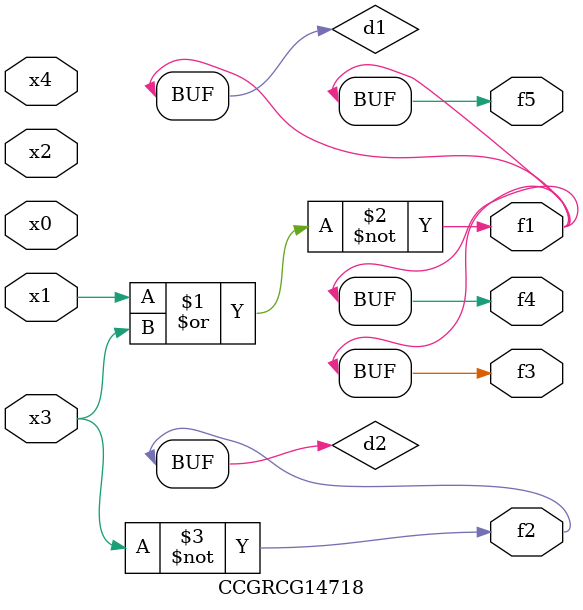
<source format=v>
module CCGRCG14718(
	input x0, x1, x2, x3, x4,
	output f1, f2, f3, f4, f5
);

	wire d1, d2;

	nor (d1, x1, x3);
	not (d2, x3);
	assign f1 = d1;
	assign f2 = d2;
	assign f3 = d1;
	assign f4 = d1;
	assign f5 = d1;
endmodule

</source>
